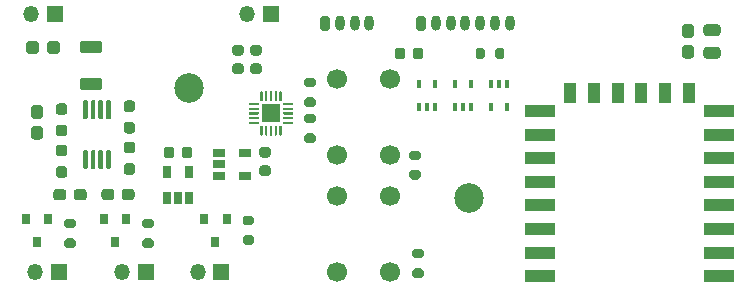
<source format=gbr>
%TF.GenerationSoftware,KiCad,Pcbnew,5.1.9-73d0e3b20d~88~ubuntu20.04.1*%
%TF.CreationDate,2021-03-15T23:00:21-05:00*%
%TF.ProjectId,portalgun,706f7274-616c-4677-956e-2e6b69636164,Draft A*%
%TF.SameCoordinates,Original*%
%TF.FileFunction,Soldermask,Top*%
%TF.FilePolarity,Negative*%
%FSLAX46Y46*%
G04 Gerber Fmt 4.6, Leading zero omitted, Abs format (unit mm)*
G04 Created by KiCad (PCBNEW 5.1.9-73d0e3b20d~88~ubuntu20.04.1) date 2021-03-15 23:00:21*
%MOMM*%
%LPD*%
G01*
G04 APERTURE LIST*
%ADD10C,1.700000*%
%ADD11R,0.800000X0.900000*%
%ADD12O,0.800000X1.300000*%
%ADD13R,0.400000X0.650000*%
%ADD14R,0.650000X1.060000*%
%ADD15R,1.060000X0.650000*%
%ADD16R,2.500000X1.000000*%
%ADD17R,1.000000X1.800000*%
%ADD18C,2.500000*%
%ADD19O,1.350000X1.350000*%
%ADD20R,1.350000X1.350000*%
%ADD21R,1.650000X1.650000*%
G04 APERTURE END LIST*
%TO.C,C11*%
G36*
G01*
X240051001Y-96195000D02*
X239500999Y-96195000D01*
G75*
G02*
X239251000Y-95945001I0J249999D01*
G01*
X239251000Y-95319999D01*
G75*
G02*
X239500999Y-95070000I249999J0D01*
G01*
X240051001Y-95070000D01*
G75*
G02*
X240301000Y-95319999I0J-249999D01*
G01*
X240301000Y-95945001D01*
G75*
G02*
X240051001Y-96195000I-249999J0D01*
G01*
G37*
G36*
G01*
X240051001Y-97970000D02*
X239500999Y-97970000D01*
G75*
G02*
X239251000Y-97720001I0J249999D01*
G01*
X239251000Y-97094999D01*
G75*
G02*
X239500999Y-96845000I249999J0D01*
G01*
X240051001Y-96845000D01*
G75*
G02*
X240301000Y-97094999I0J-249999D01*
G01*
X240301000Y-97720001D01*
G75*
G02*
X240051001Y-97970000I-249999J0D01*
G01*
G37*
%TD*%
D10*
%TO.C,SW1*%
X210058000Y-116078000D03*
X210058000Y-109578000D03*
X214558000Y-116078000D03*
X214558000Y-109578000D03*
%TD*%
%TO.C,R6*%
G36*
G01*
X217191000Y-114891000D02*
X216641000Y-114891000D01*
G75*
G02*
X216441000Y-114691000I0J200000D01*
G01*
X216441000Y-114291000D01*
G75*
G02*
X216641000Y-114091000I200000J0D01*
G01*
X217191000Y-114091000D01*
G75*
G02*
X217391000Y-114291000I0J-200000D01*
G01*
X217391000Y-114691000D01*
G75*
G02*
X217191000Y-114891000I-200000J0D01*
G01*
G37*
G36*
G01*
X217191000Y-116541000D02*
X216641000Y-116541000D01*
G75*
G02*
X216441000Y-116341000I0J200000D01*
G01*
X216441000Y-115941000D01*
G75*
G02*
X216641000Y-115741000I200000J0D01*
G01*
X217191000Y-115741000D01*
G75*
G02*
X217391000Y-115941000I0J-200000D01*
G01*
X217391000Y-116341000D01*
G75*
G02*
X217191000Y-116541000I-200000J0D01*
G01*
G37*
%TD*%
%TO.C,R9*%
G36*
G01*
X216937000Y-106572000D02*
X216387000Y-106572000D01*
G75*
G02*
X216187000Y-106372000I0J200000D01*
G01*
X216187000Y-105972000D01*
G75*
G02*
X216387000Y-105772000I200000J0D01*
G01*
X216937000Y-105772000D01*
G75*
G02*
X217137000Y-105972000I0J-200000D01*
G01*
X217137000Y-106372000D01*
G75*
G02*
X216937000Y-106572000I-200000J0D01*
G01*
G37*
G36*
G01*
X216937000Y-108222000D02*
X216387000Y-108222000D01*
G75*
G02*
X216187000Y-108022000I0J200000D01*
G01*
X216187000Y-107622000D01*
G75*
G02*
X216387000Y-107422000I200000J0D01*
G01*
X216937000Y-107422000D01*
G75*
G02*
X217137000Y-107622000I0J-200000D01*
G01*
X217137000Y-108022000D01*
G75*
G02*
X216937000Y-108222000I-200000J0D01*
G01*
G37*
%TD*%
D11*
%TO.C,Q3*%
X199756000Y-113514000D03*
X198806000Y-111514000D03*
X200706000Y-111514000D03*
%TD*%
%TO.C,Q2*%
X191262000Y-113522000D03*
X190312000Y-111522000D03*
X192212000Y-111522000D03*
%TD*%
%TO.C,Q1*%
X184658000Y-113522000D03*
X183708000Y-111522000D03*
X185608000Y-111522000D03*
%TD*%
D10*
%TO.C,SW2*%
X210058000Y-106172000D03*
X210058000Y-99672000D03*
X214558000Y-106172000D03*
X214558000Y-99672000D03*
%TD*%
D12*
%TO.C,J2*%
X224670000Y-94996000D03*
X223420000Y-94996000D03*
X222170000Y-94996000D03*
X220920000Y-94996000D03*
X219670000Y-94996000D03*
X218420000Y-94996000D03*
G36*
G01*
X216770000Y-95446000D02*
X216770000Y-94546000D01*
G75*
G02*
X216970000Y-94346000I200000J0D01*
G01*
X217370000Y-94346000D01*
G75*
G02*
X217570000Y-94546000I0J-200000D01*
G01*
X217570000Y-95446000D01*
G75*
G02*
X217370000Y-95646000I-200000J0D01*
G01*
X216970000Y-95646000D01*
G75*
G02*
X216770000Y-95446000I0J200000D01*
G01*
G37*
%TD*%
%TO.C,C9*%
G36*
G01*
X215829000Y-97286000D02*
X215829000Y-97786000D01*
G75*
G02*
X215604000Y-98011000I-225000J0D01*
G01*
X215154000Y-98011000D01*
G75*
G02*
X214929000Y-97786000I0J225000D01*
G01*
X214929000Y-97286000D01*
G75*
G02*
X215154000Y-97061000I225000J0D01*
G01*
X215604000Y-97061000D01*
G75*
G02*
X215829000Y-97286000I0J-225000D01*
G01*
G37*
G36*
G01*
X217379000Y-97286000D02*
X217379000Y-97786000D01*
G75*
G02*
X217154000Y-98011000I-225000J0D01*
G01*
X216704000Y-98011000D01*
G75*
G02*
X216479000Y-97786000I0J225000D01*
G01*
X216479000Y-97286000D01*
G75*
G02*
X216704000Y-97061000I225000J0D01*
G01*
X217154000Y-97061000D01*
G75*
G02*
X217379000Y-97286000I0J-225000D01*
G01*
G37*
%TD*%
%TO.C,R5*%
G36*
G01*
X223437000Y-97811000D02*
X223437000Y-97261000D01*
G75*
G02*
X223637000Y-97061000I200000J0D01*
G01*
X224037000Y-97061000D01*
G75*
G02*
X224237000Y-97261000I0J-200000D01*
G01*
X224237000Y-97811000D01*
G75*
G02*
X224037000Y-98011000I-200000J0D01*
G01*
X223637000Y-98011000D01*
G75*
G02*
X223437000Y-97811000I0J200000D01*
G01*
G37*
G36*
G01*
X221787000Y-97811000D02*
X221787000Y-97261000D01*
G75*
G02*
X221987000Y-97061000I200000J0D01*
G01*
X222387000Y-97061000D01*
G75*
G02*
X222587000Y-97261000I0J-200000D01*
G01*
X222587000Y-97811000D01*
G75*
G02*
X222387000Y-98011000I-200000J0D01*
G01*
X221987000Y-98011000D01*
G75*
G02*
X221787000Y-97811000I0J200000D01*
G01*
G37*
%TD*%
D13*
%TO.C,U8*%
X224424000Y-102042000D03*
X223124000Y-102042000D03*
X223774000Y-100142000D03*
X223124000Y-100142000D03*
X224424000Y-100142000D03*
%TD*%
%TO.C,U7*%
X220076000Y-100142000D03*
X221376000Y-100142000D03*
X220726000Y-102042000D03*
X221376000Y-102042000D03*
X220076000Y-102042000D03*
%TD*%
%TO.C,U6*%
X217028000Y-100142000D03*
X218328000Y-100142000D03*
X217678000Y-102042000D03*
X218328000Y-102042000D03*
X217028000Y-102042000D03*
%TD*%
%TO.C,C8*%
G36*
G01*
X196921000Y-106168000D02*
X196921000Y-105668000D01*
G75*
G02*
X197146000Y-105443000I225000J0D01*
G01*
X197596000Y-105443000D01*
G75*
G02*
X197821000Y-105668000I0J-225000D01*
G01*
X197821000Y-106168000D01*
G75*
G02*
X197596000Y-106393000I-225000J0D01*
G01*
X197146000Y-106393000D01*
G75*
G02*
X196921000Y-106168000I0J225000D01*
G01*
G37*
G36*
G01*
X195371000Y-106168000D02*
X195371000Y-105668000D01*
G75*
G02*
X195596000Y-105443000I225000J0D01*
G01*
X196046000Y-105443000D01*
G75*
G02*
X196271000Y-105668000I0J-225000D01*
G01*
X196271000Y-106168000D01*
G75*
G02*
X196046000Y-106393000I-225000J0D01*
G01*
X195596000Y-106393000D01*
G75*
G02*
X195371000Y-106168000I0J225000D01*
G01*
G37*
%TD*%
D14*
%TO.C,U3*%
X195646000Y-107612000D03*
X197546000Y-107612000D03*
X197546000Y-109812000D03*
X196596000Y-109812000D03*
X195646000Y-109812000D03*
%TD*%
D15*
%TO.C,U5*%
X202268000Y-105984000D03*
X202268000Y-107884000D03*
X200068000Y-107884000D03*
X200068000Y-106934000D03*
X200068000Y-105984000D03*
%TD*%
%TO.C,C10*%
G36*
G01*
X203712000Y-107005000D02*
X204212000Y-107005000D01*
G75*
G02*
X204437000Y-107230000I0J-225000D01*
G01*
X204437000Y-107680000D01*
G75*
G02*
X204212000Y-107905000I-225000J0D01*
G01*
X203712000Y-107905000D01*
G75*
G02*
X203487000Y-107680000I0J225000D01*
G01*
X203487000Y-107230000D01*
G75*
G02*
X203712000Y-107005000I225000J0D01*
G01*
G37*
G36*
G01*
X203712000Y-105455000D02*
X204212000Y-105455000D01*
G75*
G02*
X204437000Y-105680000I0J-225000D01*
G01*
X204437000Y-106130000D01*
G75*
G02*
X204212000Y-106355000I-225000J0D01*
G01*
X203712000Y-106355000D01*
G75*
G02*
X203487000Y-106130000I0J225000D01*
G01*
X203487000Y-105680000D01*
G75*
G02*
X203712000Y-105455000I225000J0D01*
G01*
G37*
%TD*%
%TO.C,R16*%
G36*
G01*
X207497000Y-104311000D02*
X208047000Y-104311000D01*
G75*
G02*
X208247000Y-104511000I0J-200000D01*
G01*
X208247000Y-104911000D01*
G75*
G02*
X208047000Y-105111000I-200000J0D01*
G01*
X207497000Y-105111000D01*
G75*
G02*
X207297000Y-104911000I0J200000D01*
G01*
X207297000Y-104511000D01*
G75*
G02*
X207497000Y-104311000I200000J0D01*
G01*
G37*
G36*
G01*
X207497000Y-102661000D02*
X208047000Y-102661000D01*
G75*
G02*
X208247000Y-102861000I0J-200000D01*
G01*
X208247000Y-103261000D01*
G75*
G02*
X208047000Y-103461000I-200000J0D01*
G01*
X207497000Y-103461000D01*
G75*
G02*
X207297000Y-103261000I0J200000D01*
G01*
X207297000Y-102861000D01*
G75*
G02*
X207497000Y-102661000I200000J0D01*
G01*
G37*
%TD*%
%TO.C,R15*%
G36*
G01*
X207497000Y-101263000D02*
X208047000Y-101263000D01*
G75*
G02*
X208247000Y-101463000I0J-200000D01*
G01*
X208247000Y-101863000D01*
G75*
G02*
X208047000Y-102063000I-200000J0D01*
G01*
X207497000Y-102063000D01*
G75*
G02*
X207297000Y-101863000I0J200000D01*
G01*
X207297000Y-101463000D01*
G75*
G02*
X207497000Y-101263000I200000J0D01*
G01*
G37*
G36*
G01*
X207497000Y-99613000D02*
X208047000Y-99613000D01*
G75*
G02*
X208247000Y-99813000I0J-200000D01*
G01*
X208247000Y-100213000D01*
G75*
G02*
X208047000Y-100413000I-200000J0D01*
G01*
X207497000Y-100413000D01*
G75*
G02*
X207297000Y-100213000I0J200000D01*
G01*
X207297000Y-99813000D01*
G75*
G02*
X207497000Y-99613000I200000J0D01*
G01*
G37*
%TD*%
%TO.C,C4*%
G36*
G01*
X201926000Y-97719000D02*
X201426000Y-97719000D01*
G75*
G02*
X201201000Y-97494000I0J225000D01*
G01*
X201201000Y-97044000D01*
G75*
G02*
X201426000Y-96819000I225000J0D01*
G01*
X201926000Y-96819000D01*
G75*
G02*
X202151000Y-97044000I0J-225000D01*
G01*
X202151000Y-97494000D01*
G75*
G02*
X201926000Y-97719000I-225000J0D01*
G01*
G37*
G36*
G01*
X201926000Y-99269000D02*
X201426000Y-99269000D01*
G75*
G02*
X201201000Y-99044000I0J225000D01*
G01*
X201201000Y-98594000D01*
G75*
G02*
X201426000Y-98369000I225000J0D01*
G01*
X201926000Y-98369000D01*
G75*
G02*
X202151000Y-98594000I0J-225000D01*
G01*
X202151000Y-99044000D01*
G75*
G02*
X201926000Y-99269000I-225000J0D01*
G01*
G37*
%TD*%
%TO.C,C2*%
G36*
G01*
X242283000Y-96070000D02*
X241333000Y-96070000D01*
G75*
G02*
X241083000Y-95820000I0J250000D01*
G01*
X241083000Y-95320000D01*
G75*
G02*
X241333000Y-95070000I250000J0D01*
G01*
X242283000Y-95070000D01*
G75*
G02*
X242533000Y-95320000I0J-250000D01*
G01*
X242533000Y-95820000D01*
G75*
G02*
X242283000Y-96070000I-250000J0D01*
G01*
G37*
G36*
G01*
X242283000Y-97970000D02*
X241333000Y-97970000D01*
G75*
G02*
X241083000Y-97720000I0J250000D01*
G01*
X241083000Y-97220000D01*
G75*
G02*
X241333000Y-96970000I250000J0D01*
G01*
X242283000Y-96970000D01*
G75*
G02*
X242533000Y-97220000I0J-250000D01*
G01*
X242533000Y-97720000D01*
G75*
G02*
X242283000Y-97970000I-250000J0D01*
G01*
G37*
%TD*%
D16*
%TO.C,U2*%
X227223000Y-116403000D03*
X227223000Y-114403000D03*
X227223000Y-112403000D03*
X227223000Y-110403000D03*
X227223000Y-108403000D03*
X227223000Y-106403000D03*
X227223000Y-104403000D03*
X227223000Y-102403000D03*
D17*
X229823000Y-100903000D03*
X231823000Y-100903000D03*
X233823000Y-100903000D03*
X235823000Y-100903000D03*
X237823000Y-100903000D03*
X239823000Y-100903000D03*
D16*
X242423000Y-102403000D03*
X242423000Y-104403000D03*
X242423000Y-106403000D03*
X242423000Y-108403000D03*
X242423000Y-110403000D03*
X242423000Y-112403000D03*
X242423000Y-114403000D03*
X242423000Y-116403000D03*
%TD*%
D12*
%TO.C,J9*%
X212792000Y-94996000D03*
X211542000Y-94996000D03*
X210292000Y-94996000D03*
G36*
G01*
X208642000Y-95446000D02*
X208642000Y-94546000D01*
G75*
G02*
X208842000Y-94346000I200000J0D01*
G01*
X209242000Y-94346000D01*
G75*
G02*
X209442000Y-94546000I0J-200000D01*
G01*
X209442000Y-95446000D01*
G75*
G02*
X209242000Y-95646000I-200000J0D01*
G01*
X208842000Y-95646000D01*
G75*
G02*
X208642000Y-95446000I0J200000D01*
G01*
G37*
%TD*%
D18*
%TO.C,H2*%
X221250000Y-109741900D03*
%TD*%
%TO.C,R11*%
G36*
G01*
X187727000Y-112343000D02*
X187177000Y-112343000D01*
G75*
G02*
X186977000Y-112143000I0J200000D01*
G01*
X186977000Y-111743000D01*
G75*
G02*
X187177000Y-111543000I200000J0D01*
G01*
X187727000Y-111543000D01*
G75*
G02*
X187927000Y-111743000I0J-200000D01*
G01*
X187927000Y-112143000D01*
G75*
G02*
X187727000Y-112343000I-200000J0D01*
G01*
G37*
G36*
G01*
X187727000Y-113993000D02*
X187177000Y-113993000D01*
G75*
G02*
X186977000Y-113793000I0J200000D01*
G01*
X186977000Y-113393000D01*
G75*
G02*
X187177000Y-113193000I200000J0D01*
G01*
X187727000Y-113193000D01*
G75*
G02*
X187927000Y-113393000I0J-200000D01*
G01*
X187927000Y-113793000D01*
G75*
G02*
X187727000Y-113993000I-200000J0D01*
G01*
G37*
%TD*%
%TO.C,R10*%
G36*
G01*
X194331000Y-112351000D02*
X193781000Y-112351000D01*
G75*
G02*
X193581000Y-112151000I0J200000D01*
G01*
X193581000Y-111751000D01*
G75*
G02*
X193781000Y-111551000I200000J0D01*
G01*
X194331000Y-111551000D01*
G75*
G02*
X194531000Y-111751000I0J-200000D01*
G01*
X194531000Y-112151000D01*
G75*
G02*
X194331000Y-112351000I-200000J0D01*
G01*
G37*
G36*
G01*
X194331000Y-114001000D02*
X193781000Y-114001000D01*
G75*
G02*
X193581000Y-113801000I0J200000D01*
G01*
X193581000Y-113401000D01*
G75*
G02*
X193781000Y-113201000I200000J0D01*
G01*
X194331000Y-113201000D01*
G75*
G02*
X194531000Y-113401000I0J-200000D01*
G01*
X194531000Y-113801000D01*
G75*
G02*
X194331000Y-114001000I-200000J0D01*
G01*
G37*
%TD*%
%TO.C,R8*%
G36*
G01*
X202825000Y-112089000D02*
X202275000Y-112089000D01*
G75*
G02*
X202075000Y-111889000I0J200000D01*
G01*
X202075000Y-111489000D01*
G75*
G02*
X202275000Y-111289000I200000J0D01*
G01*
X202825000Y-111289000D01*
G75*
G02*
X203025000Y-111489000I0J-200000D01*
G01*
X203025000Y-111889000D01*
G75*
G02*
X202825000Y-112089000I-200000J0D01*
G01*
G37*
G36*
G01*
X202825000Y-113739000D02*
X202275000Y-113739000D01*
G75*
G02*
X202075000Y-113539000I0J200000D01*
G01*
X202075000Y-113139000D01*
G75*
G02*
X202275000Y-112939000I200000J0D01*
G01*
X202825000Y-112939000D01*
G75*
G02*
X203025000Y-113139000I0J-200000D01*
G01*
X203025000Y-113539000D01*
G75*
G02*
X202825000Y-113739000I-200000J0D01*
G01*
G37*
%TD*%
D19*
%TO.C,J10*%
X184500000Y-116000000D03*
D20*
X186500000Y-116000000D03*
%TD*%
D21*
%TO.C,U4*%
X204470000Y-102616000D03*
G36*
G01*
X205545000Y-101716000D02*
X206295000Y-101716000D01*
G75*
G02*
X206345000Y-101766000I0J-50000D01*
G01*
X206345000Y-101866000D01*
G75*
G02*
X206295000Y-101916000I-50000J0D01*
G01*
X205545000Y-101916000D01*
G75*
G02*
X205495000Y-101866000I0J50000D01*
G01*
X205495000Y-101766000D01*
G75*
G02*
X205545000Y-101716000I50000J0D01*
G01*
G37*
G36*
G01*
X205545000Y-102116000D02*
X206295000Y-102116000D01*
G75*
G02*
X206345000Y-102166000I0J-50000D01*
G01*
X206345000Y-102266000D01*
G75*
G02*
X206295000Y-102316000I-50000J0D01*
G01*
X205545000Y-102316000D01*
G75*
G02*
X205495000Y-102266000I0J50000D01*
G01*
X205495000Y-102166000D01*
G75*
G02*
X205545000Y-102116000I50000J0D01*
G01*
G37*
G36*
G01*
X205545000Y-102516000D02*
X206295000Y-102516000D01*
G75*
G02*
X206345000Y-102566000I0J-50000D01*
G01*
X206345000Y-102666000D01*
G75*
G02*
X206295000Y-102716000I-50000J0D01*
G01*
X205545000Y-102716000D01*
G75*
G02*
X205495000Y-102666000I0J50000D01*
G01*
X205495000Y-102566000D01*
G75*
G02*
X205545000Y-102516000I50000J0D01*
G01*
G37*
G36*
G01*
X205545000Y-102916000D02*
X206295000Y-102916000D01*
G75*
G02*
X206345000Y-102966000I0J-50000D01*
G01*
X206345000Y-103066000D01*
G75*
G02*
X206295000Y-103116000I-50000J0D01*
G01*
X205545000Y-103116000D01*
G75*
G02*
X205495000Y-103066000I0J50000D01*
G01*
X205495000Y-102966000D01*
G75*
G02*
X205545000Y-102916000I50000J0D01*
G01*
G37*
G36*
G01*
X205545000Y-103316000D02*
X206295000Y-103316000D01*
G75*
G02*
X206345000Y-103366000I0J-50000D01*
G01*
X206345000Y-103466000D01*
G75*
G02*
X206295000Y-103516000I-50000J0D01*
G01*
X205545000Y-103516000D01*
G75*
G02*
X205495000Y-103466000I0J50000D01*
G01*
X205495000Y-103366000D01*
G75*
G02*
X205545000Y-103316000I50000J0D01*
G01*
G37*
G36*
G01*
X205220000Y-103641000D02*
X205320000Y-103641000D01*
G75*
G02*
X205370000Y-103691000I0J-50000D01*
G01*
X205370000Y-104441000D01*
G75*
G02*
X205320000Y-104491000I-50000J0D01*
G01*
X205220000Y-104491000D01*
G75*
G02*
X205170000Y-104441000I0J50000D01*
G01*
X205170000Y-103691000D01*
G75*
G02*
X205220000Y-103641000I50000J0D01*
G01*
G37*
G36*
G01*
X204820000Y-103641000D02*
X204920000Y-103641000D01*
G75*
G02*
X204970000Y-103691000I0J-50000D01*
G01*
X204970000Y-104441000D01*
G75*
G02*
X204920000Y-104491000I-50000J0D01*
G01*
X204820000Y-104491000D01*
G75*
G02*
X204770000Y-104441000I0J50000D01*
G01*
X204770000Y-103691000D01*
G75*
G02*
X204820000Y-103641000I50000J0D01*
G01*
G37*
G36*
G01*
X204420000Y-103641000D02*
X204520000Y-103641000D01*
G75*
G02*
X204570000Y-103691000I0J-50000D01*
G01*
X204570000Y-104441000D01*
G75*
G02*
X204520000Y-104491000I-50000J0D01*
G01*
X204420000Y-104491000D01*
G75*
G02*
X204370000Y-104441000I0J50000D01*
G01*
X204370000Y-103691000D01*
G75*
G02*
X204420000Y-103641000I50000J0D01*
G01*
G37*
G36*
G01*
X204020000Y-103641000D02*
X204120000Y-103641000D01*
G75*
G02*
X204170000Y-103691000I0J-50000D01*
G01*
X204170000Y-104441000D01*
G75*
G02*
X204120000Y-104491000I-50000J0D01*
G01*
X204020000Y-104491000D01*
G75*
G02*
X203970000Y-104441000I0J50000D01*
G01*
X203970000Y-103691000D01*
G75*
G02*
X204020000Y-103641000I50000J0D01*
G01*
G37*
G36*
G01*
X203620000Y-103641000D02*
X203720000Y-103641000D01*
G75*
G02*
X203770000Y-103691000I0J-50000D01*
G01*
X203770000Y-104441000D01*
G75*
G02*
X203720000Y-104491000I-50000J0D01*
G01*
X203620000Y-104491000D01*
G75*
G02*
X203570000Y-104441000I0J50000D01*
G01*
X203570000Y-103691000D01*
G75*
G02*
X203620000Y-103641000I50000J0D01*
G01*
G37*
G36*
G01*
X202645000Y-103316000D02*
X203395000Y-103316000D01*
G75*
G02*
X203445000Y-103366000I0J-50000D01*
G01*
X203445000Y-103466000D01*
G75*
G02*
X203395000Y-103516000I-50000J0D01*
G01*
X202645000Y-103516000D01*
G75*
G02*
X202595000Y-103466000I0J50000D01*
G01*
X202595000Y-103366000D01*
G75*
G02*
X202645000Y-103316000I50000J0D01*
G01*
G37*
G36*
G01*
X202645000Y-102916000D02*
X203395000Y-102916000D01*
G75*
G02*
X203445000Y-102966000I0J-50000D01*
G01*
X203445000Y-103066000D01*
G75*
G02*
X203395000Y-103116000I-50000J0D01*
G01*
X202645000Y-103116000D01*
G75*
G02*
X202595000Y-103066000I0J50000D01*
G01*
X202595000Y-102966000D01*
G75*
G02*
X202645000Y-102916000I50000J0D01*
G01*
G37*
G36*
G01*
X202645000Y-102516000D02*
X203395000Y-102516000D01*
G75*
G02*
X203445000Y-102566000I0J-50000D01*
G01*
X203445000Y-102666000D01*
G75*
G02*
X203395000Y-102716000I-50000J0D01*
G01*
X202645000Y-102716000D01*
G75*
G02*
X202595000Y-102666000I0J50000D01*
G01*
X202595000Y-102566000D01*
G75*
G02*
X202645000Y-102516000I50000J0D01*
G01*
G37*
G36*
G01*
X202645000Y-102116000D02*
X203395000Y-102116000D01*
G75*
G02*
X203445000Y-102166000I0J-50000D01*
G01*
X203445000Y-102266000D01*
G75*
G02*
X203395000Y-102316000I-50000J0D01*
G01*
X202645000Y-102316000D01*
G75*
G02*
X202595000Y-102266000I0J50000D01*
G01*
X202595000Y-102166000D01*
G75*
G02*
X202645000Y-102116000I50000J0D01*
G01*
G37*
G36*
G01*
X202645000Y-101716000D02*
X203395000Y-101716000D01*
G75*
G02*
X203445000Y-101766000I0J-50000D01*
G01*
X203445000Y-101866000D01*
G75*
G02*
X203395000Y-101916000I-50000J0D01*
G01*
X202645000Y-101916000D01*
G75*
G02*
X202595000Y-101866000I0J50000D01*
G01*
X202595000Y-101766000D01*
G75*
G02*
X202645000Y-101716000I50000J0D01*
G01*
G37*
G36*
G01*
X203620000Y-100741000D02*
X203720000Y-100741000D01*
G75*
G02*
X203770000Y-100791000I0J-50000D01*
G01*
X203770000Y-101541000D01*
G75*
G02*
X203720000Y-101591000I-50000J0D01*
G01*
X203620000Y-101591000D01*
G75*
G02*
X203570000Y-101541000I0J50000D01*
G01*
X203570000Y-100791000D01*
G75*
G02*
X203620000Y-100741000I50000J0D01*
G01*
G37*
G36*
G01*
X204020000Y-100741000D02*
X204120000Y-100741000D01*
G75*
G02*
X204170000Y-100791000I0J-50000D01*
G01*
X204170000Y-101541000D01*
G75*
G02*
X204120000Y-101591000I-50000J0D01*
G01*
X204020000Y-101591000D01*
G75*
G02*
X203970000Y-101541000I0J50000D01*
G01*
X203970000Y-100791000D01*
G75*
G02*
X204020000Y-100741000I50000J0D01*
G01*
G37*
G36*
G01*
X204420000Y-100741000D02*
X204520000Y-100741000D01*
G75*
G02*
X204570000Y-100791000I0J-50000D01*
G01*
X204570000Y-101541000D01*
G75*
G02*
X204520000Y-101591000I-50000J0D01*
G01*
X204420000Y-101591000D01*
G75*
G02*
X204370000Y-101541000I0J50000D01*
G01*
X204370000Y-100791000D01*
G75*
G02*
X204420000Y-100741000I50000J0D01*
G01*
G37*
G36*
G01*
X204820000Y-100741000D02*
X204920000Y-100741000D01*
G75*
G02*
X204970000Y-100791000I0J-50000D01*
G01*
X204970000Y-101541000D01*
G75*
G02*
X204920000Y-101591000I-50000J0D01*
G01*
X204820000Y-101591000D01*
G75*
G02*
X204770000Y-101541000I0J50000D01*
G01*
X204770000Y-100791000D01*
G75*
G02*
X204820000Y-100741000I50000J0D01*
G01*
G37*
G36*
G01*
X205220000Y-100741000D02*
X205320000Y-100741000D01*
G75*
G02*
X205370000Y-100791000I0J-50000D01*
G01*
X205370000Y-101541000D01*
G75*
G02*
X205320000Y-101591000I-50000J0D01*
G01*
X205220000Y-101591000D01*
G75*
G02*
X205170000Y-101541000I0J50000D01*
G01*
X205170000Y-100791000D01*
G75*
G02*
X205220000Y-100741000I50000J0D01*
G01*
G37*
%TD*%
D19*
%TO.C,J5*%
X191872000Y-116070000D03*
D20*
X193872000Y-116070000D03*
%TD*%
%TO.C,C3*%
G36*
G01*
X203450000Y-97719000D02*
X202950000Y-97719000D01*
G75*
G02*
X202725000Y-97494000I0J225000D01*
G01*
X202725000Y-97044000D01*
G75*
G02*
X202950000Y-96819000I225000J0D01*
G01*
X203450000Y-96819000D01*
G75*
G02*
X203675000Y-97044000I0J-225000D01*
G01*
X203675000Y-97494000D01*
G75*
G02*
X203450000Y-97719000I-225000J0D01*
G01*
G37*
G36*
G01*
X203450000Y-99269000D02*
X202950000Y-99269000D01*
G75*
G02*
X202725000Y-99044000I0J225000D01*
G01*
X202725000Y-98594000D01*
G75*
G02*
X202950000Y-98369000I225000J0D01*
G01*
X203450000Y-98369000D01*
G75*
G02*
X203675000Y-98594000I0J-225000D01*
G01*
X203675000Y-99044000D01*
G75*
G02*
X203450000Y-99269000I-225000J0D01*
G01*
G37*
%TD*%
D18*
%TO.C,H1*%
X197500000Y-100458200D03*
%TD*%
D19*
%TO.C,J4*%
X202470000Y-94234000D03*
D20*
X204470000Y-94234000D03*
%TD*%
D19*
%TO.C,J3*%
X198264000Y-116070000D03*
D20*
X200264000Y-116070000D03*
%TD*%
D19*
%TO.C,J1*%
X184182000Y-94234000D03*
D20*
X186182000Y-94234000D03*
%TD*%
%TO.C,U1*%
G36*
G01*
X188859000Y-103116000D02*
X188659000Y-103116000D01*
G75*
G02*
X188559000Y-103016000I0J100000D01*
G01*
X188559000Y-101591000D01*
G75*
G02*
X188659000Y-101491000I100000J0D01*
G01*
X188859000Y-101491000D01*
G75*
G02*
X188959000Y-101591000I0J-100000D01*
G01*
X188959000Y-103016000D01*
G75*
G02*
X188859000Y-103116000I-100000J0D01*
G01*
G37*
G36*
G01*
X189509000Y-103116000D02*
X189309000Y-103116000D01*
G75*
G02*
X189209000Y-103016000I0J100000D01*
G01*
X189209000Y-101591000D01*
G75*
G02*
X189309000Y-101491000I100000J0D01*
G01*
X189509000Y-101491000D01*
G75*
G02*
X189609000Y-101591000I0J-100000D01*
G01*
X189609000Y-103016000D01*
G75*
G02*
X189509000Y-103116000I-100000J0D01*
G01*
G37*
G36*
G01*
X190159000Y-103116000D02*
X189959000Y-103116000D01*
G75*
G02*
X189859000Y-103016000I0J100000D01*
G01*
X189859000Y-101591000D01*
G75*
G02*
X189959000Y-101491000I100000J0D01*
G01*
X190159000Y-101491000D01*
G75*
G02*
X190259000Y-101591000I0J-100000D01*
G01*
X190259000Y-103016000D01*
G75*
G02*
X190159000Y-103116000I-100000J0D01*
G01*
G37*
G36*
G01*
X190809000Y-103116000D02*
X190609000Y-103116000D01*
G75*
G02*
X190509000Y-103016000I0J100000D01*
G01*
X190509000Y-101591000D01*
G75*
G02*
X190609000Y-101491000I100000J0D01*
G01*
X190809000Y-101491000D01*
G75*
G02*
X190909000Y-101591000I0J-100000D01*
G01*
X190909000Y-103016000D01*
G75*
G02*
X190809000Y-103116000I-100000J0D01*
G01*
G37*
G36*
G01*
X190809000Y-107341000D02*
X190609000Y-107341000D01*
G75*
G02*
X190509000Y-107241000I0J100000D01*
G01*
X190509000Y-105816000D01*
G75*
G02*
X190609000Y-105716000I100000J0D01*
G01*
X190809000Y-105716000D01*
G75*
G02*
X190909000Y-105816000I0J-100000D01*
G01*
X190909000Y-107241000D01*
G75*
G02*
X190809000Y-107341000I-100000J0D01*
G01*
G37*
G36*
G01*
X190159000Y-107341000D02*
X189959000Y-107341000D01*
G75*
G02*
X189859000Y-107241000I0J100000D01*
G01*
X189859000Y-105816000D01*
G75*
G02*
X189959000Y-105716000I100000J0D01*
G01*
X190159000Y-105716000D01*
G75*
G02*
X190259000Y-105816000I0J-100000D01*
G01*
X190259000Y-107241000D01*
G75*
G02*
X190159000Y-107341000I-100000J0D01*
G01*
G37*
G36*
G01*
X189509000Y-107341000D02*
X189309000Y-107341000D01*
G75*
G02*
X189209000Y-107241000I0J100000D01*
G01*
X189209000Y-105816000D01*
G75*
G02*
X189309000Y-105716000I100000J0D01*
G01*
X189509000Y-105716000D01*
G75*
G02*
X189609000Y-105816000I0J-100000D01*
G01*
X189609000Y-107241000D01*
G75*
G02*
X189509000Y-107341000I-100000J0D01*
G01*
G37*
G36*
G01*
X188859000Y-107341000D02*
X188659000Y-107341000D01*
G75*
G02*
X188559000Y-107241000I0J100000D01*
G01*
X188559000Y-105816000D01*
G75*
G02*
X188659000Y-105716000I100000J0D01*
G01*
X188859000Y-105716000D01*
G75*
G02*
X188959000Y-105816000I0J-100000D01*
G01*
X188959000Y-107241000D01*
G75*
G02*
X188859000Y-107341000I-100000J0D01*
G01*
G37*
%TD*%
%TO.C,R4*%
G36*
G01*
X186496500Y-107091000D02*
X186971500Y-107091000D01*
G75*
G02*
X187209000Y-107328500I0J-237500D01*
G01*
X187209000Y-107828500D01*
G75*
G02*
X186971500Y-108066000I-237500J0D01*
G01*
X186496500Y-108066000D01*
G75*
G02*
X186259000Y-107828500I0J237500D01*
G01*
X186259000Y-107328500D01*
G75*
G02*
X186496500Y-107091000I237500J0D01*
G01*
G37*
G36*
G01*
X186496500Y-105266000D02*
X186971500Y-105266000D01*
G75*
G02*
X187209000Y-105503500I0J-237500D01*
G01*
X187209000Y-106003500D01*
G75*
G02*
X186971500Y-106241000I-237500J0D01*
G01*
X186496500Y-106241000D01*
G75*
G02*
X186259000Y-106003500I0J237500D01*
G01*
X186259000Y-105503500D01*
G75*
G02*
X186496500Y-105266000I237500J0D01*
G01*
G37*
%TD*%
%TO.C,R2*%
G36*
G01*
X186496500Y-103591000D02*
X186971500Y-103591000D01*
G75*
G02*
X187209000Y-103828500I0J-237500D01*
G01*
X187209000Y-104328500D01*
G75*
G02*
X186971500Y-104566000I-237500J0D01*
G01*
X186496500Y-104566000D01*
G75*
G02*
X186259000Y-104328500I0J237500D01*
G01*
X186259000Y-103828500D01*
G75*
G02*
X186496500Y-103591000I237500J0D01*
G01*
G37*
G36*
G01*
X186496500Y-101766000D02*
X186971500Y-101766000D01*
G75*
G02*
X187209000Y-102003500I0J-237500D01*
G01*
X187209000Y-102503500D01*
G75*
G02*
X186971500Y-102741000I-237500J0D01*
G01*
X186496500Y-102741000D01*
G75*
G02*
X186259000Y-102503500I0J237500D01*
G01*
X186259000Y-102003500D01*
G75*
G02*
X186496500Y-101766000I237500J0D01*
G01*
G37*
%TD*%
%TO.C,R1*%
G36*
G01*
X192246500Y-103341000D02*
X192721500Y-103341000D01*
G75*
G02*
X192959000Y-103578500I0J-237500D01*
G01*
X192959000Y-104078500D01*
G75*
G02*
X192721500Y-104316000I-237500J0D01*
G01*
X192246500Y-104316000D01*
G75*
G02*
X192009000Y-104078500I0J237500D01*
G01*
X192009000Y-103578500D01*
G75*
G02*
X192246500Y-103341000I237500J0D01*
G01*
G37*
G36*
G01*
X192246500Y-101516000D02*
X192721500Y-101516000D01*
G75*
G02*
X192959000Y-101753500I0J-237500D01*
G01*
X192959000Y-102253500D01*
G75*
G02*
X192721500Y-102491000I-237500J0D01*
G01*
X192246500Y-102491000D01*
G75*
G02*
X192009000Y-102253500I0J237500D01*
G01*
X192009000Y-101753500D01*
G75*
G02*
X192246500Y-101516000I237500J0D01*
G01*
G37*
%TD*%
%TO.C,L1*%
G36*
G01*
X188529999Y-99602000D02*
X189930001Y-99602000D01*
G75*
G02*
X190180000Y-99851999I0J-249999D01*
G01*
X190180000Y-100402001D01*
G75*
G02*
X189930001Y-100652000I-249999J0D01*
G01*
X188529999Y-100652000D01*
G75*
G02*
X188280000Y-100402001I0J249999D01*
G01*
X188280000Y-99851999D01*
G75*
G02*
X188529999Y-99602000I249999J0D01*
G01*
G37*
G36*
G01*
X188529999Y-96452000D02*
X189930001Y-96452000D01*
G75*
G02*
X190180000Y-96701999I0J-249999D01*
G01*
X190180000Y-97252001D01*
G75*
G02*
X189930001Y-97502000I-249999J0D01*
G01*
X188529999Y-97502000D01*
G75*
G02*
X188280000Y-97252001I0J249999D01*
G01*
X188280000Y-96701999D01*
G75*
G02*
X188529999Y-96452000I249999J0D01*
G01*
G37*
%TD*%
%TO.C,C7*%
G36*
G01*
X187127000Y-109262500D02*
X187127000Y-109737500D01*
G75*
G02*
X186889500Y-109975000I-237500J0D01*
G01*
X186289500Y-109975000D01*
G75*
G02*
X186052000Y-109737500I0J237500D01*
G01*
X186052000Y-109262500D01*
G75*
G02*
X186289500Y-109025000I237500J0D01*
G01*
X186889500Y-109025000D01*
G75*
G02*
X187127000Y-109262500I0J-237500D01*
G01*
G37*
G36*
G01*
X188852000Y-109262500D02*
X188852000Y-109737500D01*
G75*
G02*
X188614500Y-109975000I-237500J0D01*
G01*
X188014500Y-109975000D01*
G75*
G02*
X187777000Y-109737500I0J237500D01*
G01*
X187777000Y-109262500D01*
G75*
G02*
X188014500Y-109025000I237500J0D01*
G01*
X188614500Y-109025000D01*
G75*
G02*
X188852000Y-109262500I0J-237500D01*
G01*
G37*
%TD*%
%TO.C,C5*%
G36*
G01*
X184382999Y-103703000D02*
X184933001Y-103703000D01*
G75*
G02*
X185183000Y-103952999I0J-249999D01*
G01*
X185183000Y-104578001D01*
G75*
G02*
X184933001Y-104828000I-249999J0D01*
G01*
X184382999Y-104828000D01*
G75*
G02*
X184133000Y-104578001I0J249999D01*
G01*
X184133000Y-103952999D01*
G75*
G02*
X184382999Y-103703000I249999J0D01*
G01*
G37*
G36*
G01*
X184382999Y-101928000D02*
X184933001Y-101928000D01*
G75*
G02*
X185183000Y-102177999I0J-249999D01*
G01*
X185183000Y-102803001D01*
G75*
G02*
X184933001Y-103053000I-249999J0D01*
G01*
X184382999Y-103053000D01*
G75*
G02*
X184133000Y-102803001I0J249999D01*
G01*
X184133000Y-102177999D01*
G75*
G02*
X184382999Y-101928000I249999J0D01*
G01*
G37*
%TD*%
%TO.C,C1*%
G36*
G01*
X184841000Y-96752999D02*
X184841000Y-97303001D01*
G75*
G02*
X184591001Y-97553000I-249999J0D01*
G01*
X183965999Y-97553000D01*
G75*
G02*
X183716000Y-97303001I0J249999D01*
G01*
X183716000Y-96752999D01*
G75*
G02*
X183965999Y-96503000I249999J0D01*
G01*
X184591001Y-96503000D01*
G75*
G02*
X184841000Y-96752999I0J-249999D01*
G01*
G37*
G36*
G01*
X186616000Y-96752999D02*
X186616000Y-97303001D01*
G75*
G02*
X186366001Y-97553000I-249999J0D01*
G01*
X185740999Y-97553000D01*
G75*
G02*
X185491000Y-97303001I0J249999D01*
G01*
X185491000Y-96752999D01*
G75*
G02*
X185740999Y-96503000I249999J0D01*
G01*
X186366001Y-96503000D01*
G75*
G02*
X186616000Y-96752999I0J-249999D01*
G01*
G37*
%TD*%
%TO.C,R3*%
G36*
G01*
X192246500Y-106841000D02*
X192721500Y-106841000D01*
G75*
G02*
X192959000Y-107078500I0J-237500D01*
G01*
X192959000Y-107578500D01*
G75*
G02*
X192721500Y-107816000I-237500J0D01*
G01*
X192246500Y-107816000D01*
G75*
G02*
X192009000Y-107578500I0J237500D01*
G01*
X192009000Y-107078500D01*
G75*
G02*
X192246500Y-106841000I237500J0D01*
G01*
G37*
G36*
G01*
X192246500Y-105016000D02*
X192721500Y-105016000D01*
G75*
G02*
X192959000Y-105253500I0J-237500D01*
G01*
X192959000Y-105753500D01*
G75*
G02*
X192721500Y-105991000I-237500J0D01*
G01*
X192246500Y-105991000D01*
G75*
G02*
X192009000Y-105753500I0J237500D01*
G01*
X192009000Y-105253500D01*
G75*
G02*
X192246500Y-105016000I237500J0D01*
G01*
G37*
%TD*%
%TO.C,C6*%
G36*
G01*
X191841000Y-109711500D02*
X191841000Y-109236500D01*
G75*
G02*
X192078500Y-108999000I237500J0D01*
G01*
X192678500Y-108999000D01*
G75*
G02*
X192916000Y-109236500I0J-237500D01*
G01*
X192916000Y-109711500D01*
G75*
G02*
X192678500Y-109949000I-237500J0D01*
G01*
X192078500Y-109949000D01*
G75*
G02*
X191841000Y-109711500I0J237500D01*
G01*
G37*
G36*
G01*
X190116000Y-109711500D02*
X190116000Y-109236500D01*
G75*
G02*
X190353500Y-108999000I237500J0D01*
G01*
X190953500Y-108999000D01*
G75*
G02*
X191191000Y-109236500I0J-237500D01*
G01*
X191191000Y-109711500D01*
G75*
G02*
X190953500Y-109949000I-237500J0D01*
G01*
X190353500Y-109949000D01*
G75*
G02*
X190116000Y-109711500I0J237500D01*
G01*
G37*
%TD*%
M02*

</source>
